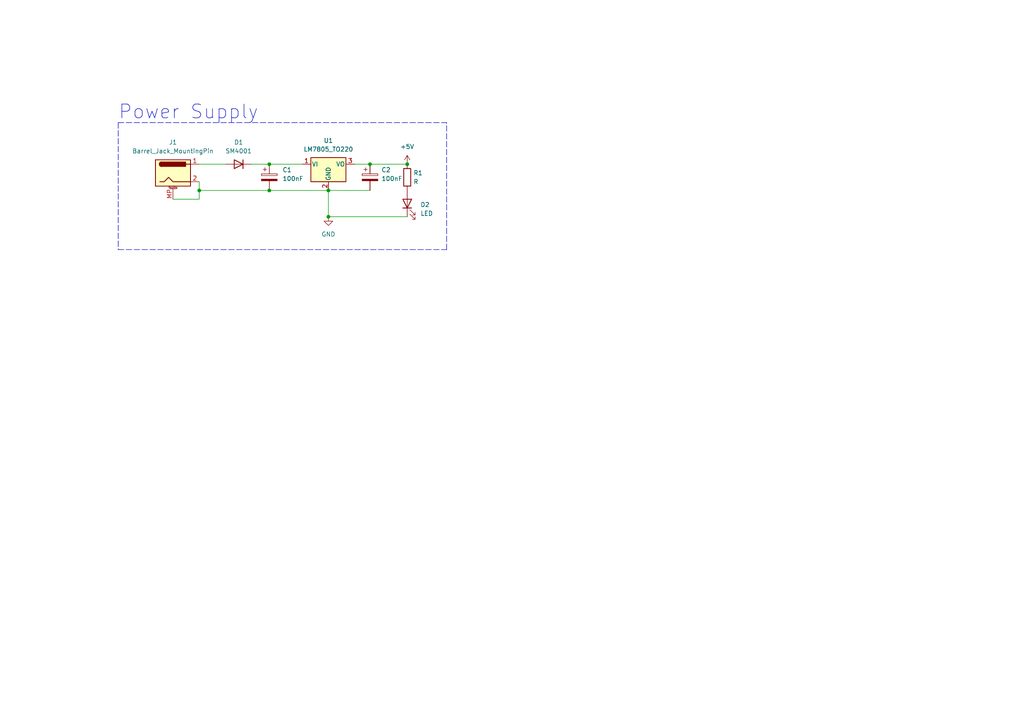
<source format=kicad_sch>
(kicad_sch (version 20211123) (generator eeschema)

  (uuid 2b3cd5ed-0fe7-4889-aa68-70d64377e4c2)

  (paper "A4")

  (lib_symbols
    (symbol "Connector:Barrel_Jack_MountingPin" (pin_names hide) (in_bom yes) (on_board yes)
      (property "Reference" "J" (id 0) (at 0 5.334 0)
        (effects (font (size 1.27 1.27)))
      )
      (property "Value" "Barrel_Jack_MountingPin" (id 1) (at 1.27 -6.35 0)
        (effects (font (size 1.27 1.27)) (justify left))
      )
      (property "Footprint" "" (id 2) (at 1.27 -1.016 0)
        (effects (font (size 1.27 1.27)) hide)
      )
      (property "Datasheet" "~" (id 3) (at 1.27 -1.016 0)
        (effects (font (size 1.27 1.27)) hide)
      )
      (property "ki_keywords" "DC power barrel jack connector" (id 4) (at 0 0 0)
        (effects (font (size 1.27 1.27)) hide)
      )
      (property "ki_description" "DC Barrel Jack with a mounting pin" (id 5) (at 0 0 0)
        (effects (font (size 1.27 1.27)) hide)
      )
      (property "ki_fp_filters" "BarrelJack*" (id 6) (at 0 0 0)
        (effects (font (size 1.27 1.27)) hide)
      )
      (symbol "Barrel_Jack_MountingPin_0_1"
        (rectangle (start -5.08 3.81) (end 5.08 -3.81)
          (stroke (width 0.254) (type default) (color 0 0 0 0))
          (fill (type background))
        )
        (arc (start -3.302 3.175) (mid -3.937 2.54) (end -3.302 1.905)
          (stroke (width 0.254) (type default) (color 0 0 0 0))
          (fill (type none))
        )
        (arc (start -3.302 3.175) (mid -3.937 2.54) (end -3.302 1.905)
          (stroke (width 0.254) (type default) (color 0 0 0 0))
          (fill (type outline))
        )
        (polyline
          (pts
            (xy 5.08 2.54)
            (xy 3.81 2.54)
          )
          (stroke (width 0.254) (type default) (color 0 0 0 0))
          (fill (type none))
        )
        (polyline
          (pts
            (xy -3.81 -2.54)
            (xy -2.54 -2.54)
            (xy -1.27 -1.27)
            (xy 0 -2.54)
            (xy 2.54 -2.54)
            (xy 5.08 -2.54)
          )
          (stroke (width 0.254) (type default) (color 0 0 0 0))
          (fill (type none))
        )
        (rectangle (start 3.683 3.175) (end -3.302 1.905)
          (stroke (width 0.254) (type default) (color 0 0 0 0))
          (fill (type outline))
        )
      )
      (symbol "Barrel_Jack_MountingPin_1_1"
        (polyline
          (pts
            (xy -1.016 -4.572)
            (xy 1.016 -4.572)
          )
          (stroke (width 0.1524) (type default) (color 0 0 0 0))
          (fill (type none))
        )
        (text "Mounting" (at 0 -4.191 0)
          (effects (font (size 0.381 0.381)))
        )
        (pin passive line (at 7.62 2.54 180) (length 2.54)
          (name "~" (effects (font (size 1.27 1.27))))
          (number "1" (effects (font (size 1.27 1.27))))
        )
        (pin passive line (at 7.62 -2.54 180) (length 2.54)
          (name "~" (effects (font (size 1.27 1.27))))
          (number "2" (effects (font (size 1.27 1.27))))
        )
        (pin passive line (at 0 -7.62 90) (length 3.048)
          (name "MountPin" (effects (font (size 1.27 1.27))))
          (number "MP" (effects (font (size 1.27 1.27))))
        )
      )
    )
    (symbol "Device:C_Polarized" (pin_numbers hide) (pin_names (offset 0.254)) (in_bom yes) (on_board yes)
      (property "Reference" "C" (id 0) (at 0.635 2.54 0)
        (effects (font (size 1.27 1.27)) (justify left))
      )
      (property "Value" "C_Polarized" (id 1) (at 0.635 -2.54 0)
        (effects (font (size 1.27 1.27)) (justify left))
      )
      (property "Footprint" "" (id 2) (at 0.9652 -3.81 0)
        (effects (font (size 1.27 1.27)) hide)
      )
      (property "Datasheet" "~" (id 3) (at 0 0 0)
        (effects (font (size 1.27 1.27)) hide)
      )
      (property "ki_keywords" "cap capacitor" (id 4) (at 0 0 0)
        (effects (font (size 1.27 1.27)) hide)
      )
      (property "ki_description" "Polarized capacitor" (id 5) (at 0 0 0)
        (effects (font (size 1.27 1.27)) hide)
      )
      (property "ki_fp_filters" "CP_*" (id 6) (at 0 0 0)
        (effects (font (size 1.27 1.27)) hide)
      )
      (symbol "C_Polarized_0_1"
        (rectangle (start -2.286 0.508) (end 2.286 1.016)
          (stroke (width 0) (type default) (color 0 0 0 0))
          (fill (type none))
        )
        (polyline
          (pts
            (xy -1.778 2.286)
            (xy -0.762 2.286)
          )
          (stroke (width 0) (type default) (color 0 0 0 0))
          (fill (type none))
        )
        (polyline
          (pts
            (xy -1.27 2.794)
            (xy -1.27 1.778)
          )
          (stroke (width 0) (type default) (color 0 0 0 0))
          (fill (type none))
        )
        (rectangle (start 2.286 -0.508) (end -2.286 -1.016)
          (stroke (width 0) (type default) (color 0 0 0 0))
          (fill (type outline))
        )
      )
      (symbol "C_Polarized_1_1"
        (pin passive line (at 0 3.81 270) (length 2.794)
          (name "~" (effects (font (size 1.27 1.27))))
          (number "1" (effects (font (size 1.27 1.27))))
        )
        (pin passive line (at 0 -3.81 90) (length 2.794)
          (name "~" (effects (font (size 1.27 1.27))))
          (number "2" (effects (font (size 1.27 1.27))))
        )
      )
    )
    (symbol "Device:LED" (pin_numbers hide) (pin_names (offset 1.016) hide) (in_bom yes) (on_board yes)
      (property "Reference" "D" (id 0) (at 0 2.54 0)
        (effects (font (size 1.27 1.27)))
      )
      (property "Value" "LED" (id 1) (at 0 -2.54 0)
        (effects (font (size 1.27 1.27)))
      )
      (property "Footprint" "" (id 2) (at 0 0 0)
        (effects (font (size 1.27 1.27)) hide)
      )
      (property "Datasheet" "~" (id 3) (at 0 0 0)
        (effects (font (size 1.27 1.27)) hide)
      )
      (property "ki_keywords" "LED diode" (id 4) (at 0 0 0)
        (effects (font (size 1.27 1.27)) hide)
      )
      (property "ki_description" "Light emitting diode" (id 5) (at 0 0 0)
        (effects (font (size 1.27 1.27)) hide)
      )
      (property "ki_fp_filters" "LED* LED_SMD:* LED_THT:*" (id 6) (at 0 0 0)
        (effects (font (size 1.27 1.27)) hide)
      )
      (symbol "LED_0_1"
        (polyline
          (pts
            (xy -1.27 -1.27)
            (xy -1.27 1.27)
          )
          (stroke (width 0.254) (type default) (color 0 0 0 0))
          (fill (type none))
        )
        (polyline
          (pts
            (xy -1.27 0)
            (xy 1.27 0)
          )
          (stroke (width 0) (type default) (color 0 0 0 0))
          (fill (type none))
        )
        (polyline
          (pts
            (xy 1.27 -1.27)
            (xy 1.27 1.27)
            (xy -1.27 0)
            (xy 1.27 -1.27)
          )
          (stroke (width 0.254) (type default) (color 0 0 0 0))
          (fill (type none))
        )
        (polyline
          (pts
            (xy -3.048 -0.762)
            (xy -4.572 -2.286)
            (xy -3.81 -2.286)
            (xy -4.572 -2.286)
            (xy -4.572 -1.524)
          )
          (stroke (width 0) (type default) (color 0 0 0 0))
          (fill (type none))
        )
        (polyline
          (pts
            (xy -1.778 -0.762)
            (xy -3.302 -2.286)
            (xy -2.54 -2.286)
            (xy -3.302 -2.286)
            (xy -3.302 -1.524)
          )
          (stroke (width 0) (type default) (color 0 0 0 0))
          (fill (type none))
        )
      )
      (symbol "LED_1_1"
        (pin passive line (at -3.81 0 0) (length 2.54)
          (name "K" (effects (font (size 1.27 1.27))))
          (number "1" (effects (font (size 1.27 1.27))))
        )
        (pin passive line (at 3.81 0 180) (length 2.54)
          (name "A" (effects (font (size 1.27 1.27))))
          (number "2" (effects (font (size 1.27 1.27))))
        )
      )
    )
    (symbol "Device:R" (pin_numbers hide) (pin_names (offset 0)) (in_bom yes) (on_board yes)
      (property "Reference" "R" (id 0) (at 2.032 0 90)
        (effects (font (size 1.27 1.27)))
      )
      (property "Value" "R" (id 1) (at 0 0 90)
        (effects (font (size 1.27 1.27)))
      )
      (property "Footprint" "" (id 2) (at -1.778 0 90)
        (effects (font (size 1.27 1.27)) hide)
      )
      (property "Datasheet" "~" (id 3) (at 0 0 0)
        (effects (font (size 1.27 1.27)) hide)
      )
      (property "ki_keywords" "R res resistor" (id 4) (at 0 0 0)
        (effects (font (size 1.27 1.27)) hide)
      )
      (property "ki_description" "Resistor" (id 5) (at 0 0 0)
        (effects (font (size 1.27 1.27)) hide)
      )
      (property "ki_fp_filters" "R_*" (id 6) (at 0 0 0)
        (effects (font (size 1.27 1.27)) hide)
      )
      (symbol "R_0_1"
        (rectangle (start -1.016 -2.54) (end 1.016 2.54)
          (stroke (width 0.254) (type default) (color 0 0 0 0))
          (fill (type none))
        )
      )
      (symbol "R_1_1"
        (pin passive line (at 0 3.81 270) (length 1.27)
          (name "~" (effects (font (size 1.27 1.27))))
          (number "1" (effects (font (size 1.27 1.27))))
        )
        (pin passive line (at 0 -3.81 90) (length 1.27)
          (name "~" (effects (font (size 1.27 1.27))))
          (number "2" (effects (font (size 1.27 1.27))))
        )
      )
    )
    (symbol "Diode:SM4001" (pin_numbers hide) (pin_names (offset 1.016) hide) (in_bom yes) (on_board yes)
      (property "Reference" "D" (id 0) (at 0 2.54 0)
        (effects (font (size 1.27 1.27)))
      )
      (property "Value" "SM4001" (id 1) (at 0 -2.54 0)
        (effects (font (size 1.27 1.27)))
      )
      (property "Footprint" "Diode_SMD:D_MELF" (id 2) (at 0 -4.445 0)
        (effects (font (size 1.27 1.27)) hide)
      )
      (property "Datasheet" "http://cdn-reichelt.de/documents/datenblatt/A400/SMD1N400%23DIO.pdf" (id 3) (at 0 0 0)
        (effects (font (size 1.27 1.27)) hide)
      )
      (property "ki_keywords" "diode" (id 4) (at 0 0 0)
        (effects (font (size 1.27 1.27)) hide)
      )
      (property "ki_description" "50V 1A General Purpose Rectifier Diode, MELF" (id 5) (at 0 0 0)
        (effects (font (size 1.27 1.27)) hide)
      )
      (property "ki_fp_filters" "D*MELF*" (id 6) (at 0 0 0)
        (effects (font (size 1.27 1.27)) hide)
      )
      (symbol "SM4001_0_1"
        (polyline
          (pts
            (xy -1.27 1.27)
            (xy -1.27 -1.27)
          )
          (stroke (width 0.254) (type default) (color 0 0 0 0))
          (fill (type none))
        )
        (polyline
          (pts
            (xy 1.27 0)
            (xy -1.27 0)
          )
          (stroke (width 0) (type default) (color 0 0 0 0))
          (fill (type none))
        )
        (polyline
          (pts
            (xy 1.27 1.27)
            (xy 1.27 -1.27)
            (xy -1.27 0)
            (xy 1.27 1.27)
          )
          (stroke (width 0.254) (type default) (color 0 0 0 0))
          (fill (type none))
        )
      )
      (symbol "SM4001_1_1"
        (pin passive line (at -3.81 0 0) (length 2.54)
          (name "K" (effects (font (size 1.27 1.27))))
          (number "1" (effects (font (size 1.27 1.27))))
        )
        (pin passive line (at 3.81 0 180) (length 2.54)
          (name "A" (effects (font (size 1.27 1.27))))
          (number "2" (effects (font (size 1.27 1.27))))
        )
      )
    )
    (symbol "Regulator_Linear:LM7805_TO220" (pin_names (offset 0.254)) (in_bom yes) (on_board yes)
      (property "Reference" "U" (id 0) (at -3.81 3.175 0)
        (effects (font (size 1.27 1.27)))
      )
      (property "Value" "LM7805_TO220" (id 1) (at 0 3.175 0)
        (effects (font (size 1.27 1.27)) (justify left))
      )
      (property "Footprint" "Package_TO_SOT_THT:TO-220-3_Vertical" (id 2) (at 0 5.715 0)
        (effects (font (size 1.27 1.27) italic) hide)
      )
      (property "Datasheet" "https://www.onsemi.cn/PowerSolutions/document/MC7800-D.PDF" (id 3) (at 0 -1.27 0)
        (effects (font (size 1.27 1.27)) hide)
      )
      (property "ki_keywords" "Voltage Regulator 1A Positive" (id 4) (at 0 0 0)
        (effects (font (size 1.27 1.27)) hide)
      )
      (property "ki_description" "Positive 1A 35V Linear Regulator, Fixed Output 5V, TO-220" (id 5) (at 0 0 0)
        (effects (font (size 1.27 1.27)) hide)
      )
      (property "ki_fp_filters" "TO?220*" (id 6) (at 0 0 0)
        (effects (font (size 1.27 1.27)) hide)
      )
      (symbol "LM7805_TO220_0_1"
        (rectangle (start -5.08 1.905) (end 5.08 -5.08)
          (stroke (width 0.254) (type default) (color 0 0 0 0))
          (fill (type background))
        )
      )
      (symbol "LM7805_TO220_1_1"
        (pin power_in line (at -7.62 0 0) (length 2.54)
          (name "VI" (effects (font (size 1.27 1.27))))
          (number "1" (effects (font (size 1.27 1.27))))
        )
        (pin power_in line (at 0 -7.62 90) (length 2.54)
          (name "GND" (effects (font (size 1.27 1.27))))
          (number "2" (effects (font (size 1.27 1.27))))
        )
        (pin power_out line (at 7.62 0 180) (length 2.54)
          (name "VO" (effects (font (size 1.27 1.27))))
          (number "3" (effects (font (size 1.27 1.27))))
        )
      )
    )
    (symbol "power:+5V" (power) (pin_names (offset 0)) (in_bom yes) (on_board yes)
      (property "Reference" "#PWR" (id 0) (at 0 -3.81 0)
        (effects (font (size 1.27 1.27)) hide)
      )
      (property "Value" "+5V" (id 1) (at 0 3.556 0)
        (effects (font (size 1.27 1.27)))
      )
      (property "Footprint" "" (id 2) (at 0 0 0)
        (effects (font (size 1.27 1.27)) hide)
      )
      (property "Datasheet" "" (id 3) (at 0 0 0)
        (effects (font (size 1.27 1.27)) hide)
      )
      (property "ki_keywords" "power-flag" (id 4) (at 0 0 0)
        (effects (font (size 1.27 1.27)) hide)
      )
      (property "ki_description" "Power symbol creates a global label with name \"+5V\"" (id 5) (at 0 0 0)
        (effects (font (size 1.27 1.27)) hide)
      )
      (symbol "+5V_0_1"
        (polyline
          (pts
            (xy -0.762 1.27)
            (xy 0 2.54)
          )
          (stroke (width 0) (type default) (color 0 0 0 0))
          (fill (type none))
        )
        (polyline
          (pts
            (xy 0 0)
            (xy 0 2.54)
          )
          (stroke (width 0) (type default) (color 0 0 0 0))
          (fill (type none))
        )
        (polyline
          (pts
            (xy 0 2.54)
            (xy 0.762 1.27)
          )
          (stroke (width 0) (type default) (color 0 0 0 0))
          (fill (type none))
        )
      )
      (symbol "+5V_1_1"
        (pin power_in line (at 0 0 90) (length 0) hide
          (name "+5V" (effects (font (size 1.27 1.27))))
          (number "1" (effects (font (size 1.27 1.27))))
        )
      )
    )
    (symbol "power:GND" (power) (pin_names (offset 0)) (in_bom yes) (on_board yes)
      (property "Reference" "#PWR" (id 0) (at 0 -6.35 0)
        (effects (font (size 1.27 1.27)) hide)
      )
      (property "Value" "GND" (id 1) (at 0 -3.81 0)
        (effects (font (size 1.27 1.27)))
      )
      (property "Footprint" "" (id 2) (at 0 0 0)
        (effects (font (size 1.27 1.27)) hide)
      )
      (property "Datasheet" "" (id 3) (at 0 0 0)
        (effects (font (size 1.27 1.27)) hide)
      )
      (property "ki_keywords" "power-flag" (id 4) (at 0 0 0)
        (effects (font (size 1.27 1.27)) hide)
      )
      (property "ki_description" "Power symbol creates a global label with name \"GND\" , ground" (id 5) (at 0 0 0)
        (effects (font (size 1.27 1.27)) hide)
      )
      (symbol "GND_0_1"
        (polyline
          (pts
            (xy 0 0)
            (xy 0 -1.27)
            (xy 1.27 -1.27)
            (xy 0 -2.54)
            (xy -1.27 -1.27)
            (xy 0 -1.27)
          )
          (stroke (width 0) (type default) (color 0 0 0 0))
          (fill (type none))
        )
      )
      (symbol "GND_1_1"
        (pin power_in line (at 0 0 270) (length 0) hide
          (name "GND" (effects (font (size 1.27 1.27))))
          (number "1" (effects (font (size 1.27 1.27))))
        )
      )
    )
  )


  (junction (at 107.315 47.625) (diameter 0) (color 0 0 0 0)
    (uuid 211e3a0c-50c6-4f20-a140-19417533aa01)
  )
  (junction (at 95.25 55.245) (diameter 0) (color 0 0 0 0)
    (uuid 5a885d2b-4e86-4612-b692-c607c784b6df)
  )
  (junction (at 95.25 62.865) (diameter 0) (color 0 0 0 0)
    (uuid 8a068184-2da7-44da-9e5f-8d300af7cebf)
  )
  (junction (at 78.105 47.625) (diameter 0) (color 0 0 0 0)
    (uuid 928288a8-55c6-4107-a8d4-fa914851bff7)
  )
  (junction (at 57.785 55.245) (diameter 0) (color 0 0 0 0)
    (uuid a1bc6d70-2cdd-4a43-940c-e5b6f0f2759f)
  )
  (junction (at 78.105 55.245) (diameter 0) (color 0 0 0 0)
    (uuid b65f35e3-8497-4725-811a-09d18ee6213a)
  )
  (junction (at 118.11 47.625) (diameter 0) (color 0 0 0 0)
    (uuid fdb4c5f0-3da8-4cf6-9638-d54017807100)
  )

  (wire (pts (xy 118.11 62.865) (xy 95.25 62.865))
    (stroke (width 0) (type default) (color 0 0 0 0))
    (uuid 023b6c1f-0ca7-43a3-b76d-e09c9b05740f)
  )
  (wire (pts (xy 102.87 47.625) (xy 107.315 47.625))
    (stroke (width 0) (type default) (color 0 0 0 0))
    (uuid 026f139a-fcef-4755-89cc-45d561bc2dae)
  )
  (wire (pts (xy 78.105 55.245) (xy 57.785 55.245))
    (stroke (width 0) (type default) (color 0 0 0 0))
    (uuid 1d6892cd-3fb7-466b-a5d3-e75c91428602)
  )
  (wire (pts (xy 78.105 55.245) (xy 95.25 55.245))
    (stroke (width 0) (type default) (color 0 0 0 0))
    (uuid 1edca0df-622f-4007-b004-21db983f1cdc)
  )
  (wire (pts (xy 57.785 47.625) (xy 65.405 47.625))
    (stroke (width 0) (type default) (color 0 0 0 0))
    (uuid 25d3404d-73ca-4b35-8283-8297e03f93fe)
  )
  (polyline (pts (xy 34.29 72.39) (xy 129.54 72.39))
    (stroke (width 0) (type default) (color 0 0 0 0))
    (uuid 3f3661fb-27a3-4852-ab6a-e34091491318)
  )

  (wire (pts (xy 73.025 47.625) (xy 78.105 47.625))
    (stroke (width 0) (type default) (color 0 0 0 0))
    (uuid 4736f92b-92b6-4f6b-989a-22f9222d8ecd)
  )
  (wire (pts (xy 95.25 55.245) (xy 107.315 55.245))
    (stroke (width 0) (type default) (color 0 0 0 0))
    (uuid 545d7e3a-8c65-4873-a87c-22596d920bf2)
  )
  (wire (pts (xy 50.165 57.785) (xy 57.785 57.785))
    (stroke (width 0) (type default) (color 0 0 0 0))
    (uuid 60d91de1-7857-4125-bf00-715527c183c3)
  )
  (polyline (pts (xy 129.54 72.39) (xy 129.54 35.56))
    (stroke (width 0) (type default) (color 0 0 0 0))
    (uuid 7309f054-3426-44cc-abd3-b6c88617566f)
  )

  (wire (pts (xy 57.785 55.245) (xy 57.785 57.785))
    (stroke (width 0) (type default) (color 0 0 0 0))
    (uuid 75c01194-615f-4179-99ed-7b8478c67122)
  )
  (wire (pts (xy 107.315 47.625) (xy 118.11 47.625))
    (stroke (width 0) (type default) (color 0 0 0 0))
    (uuid 7fbadb87-8a72-4777-b1ce-9a982c075e6c)
  )
  (wire (pts (xy 95.25 62.865) (xy 95.25 55.245))
    (stroke (width 0) (type default) (color 0 0 0 0))
    (uuid 9c9d5c8d-a4da-4d24-a9a4-40f28adc5159)
  )
  (polyline (pts (xy 34.29 35.56) (xy 34.29 72.39))
    (stroke (width 0) (type default) (color 0 0 0 0))
    (uuid a4d36bb0-e138-46ca-a01f-248537e97cfe)
  )

  (wire (pts (xy 57.785 52.705) (xy 57.785 55.245))
    (stroke (width 0) (type default) (color 0 0 0 0))
    (uuid bd20d3f3-5776-4535-84fe-761c43c590e1)
  )
  (polyline (pts (xy 34.29 35.56) (xy 129.54 35.56))
    (stroke (width 0) (type default) (color 0 0 0 0))
    (uuid ef8c9325-9c74-470b-818c-eb1fd2902c27)
  )

  (wire (pts (xy 78.105 47.625) (xy 87.63 47.625))
    (stroke (width 0) (type default) (color 0 0 0 0))
    (uuid f903030c-98ef-4e85-9b7f-4b5e9658a306)
  )

  (text "Power Supply" (at 34.29 34.925 0)
    (effects (font (size 4 4)) (justify left bottom))
    (uuid e606eeb6-247d-48bf-a18c-f307d3c3ed7c)
  )

  (symbol (lib_id "Regulator_Linear:LM7805_TO220") (at 95.25 47.625 0) (unit 1)
    (in_bom yes) (on_board yes) (fields_autoplaced)
    (uuid 21bf3c4f-06c4-44c3-ae9f-cf625c3b371f)
    (property "Reference" "U1" (id 0) (at 95.25 40.767 0))
    (property "Value" "LM7805_TO220" (id 1) (at 95.25 43.307 0))
    (property "Footprint" "Package_TO_SOT_THT:TO-220-3_Vertical" (id 2) (at 95.25 41.91 0)
      (effects (font (size 1.27 1.27) italic) hide)
    )
    (property "Datasheet" "https://www.onsemi.cn/PowerSolutions/document/MC7800-D.PDF" (id 3) (at 95.25 48.895 0)
      (effects (font (size 1.27 1.27)) hide)
    )
    (pin "1" (uuid 16363d05-f1cc-460e-8a8a-58d3971e4cad))
    (pin "2" (uuid 8b3eff58-9727-4b26-9754-91dc9b5fe85c))
    (pin "3" (uuid 576f04fa-e88c-4507-bb64-d66e6b8aac57))
  )

  (symbol (lib_id "power:+5V") (at 118.11 47.625 0) (unit 1)
    (in_bom yes) (on_board yes) (fields_autoplaced)
    (uuid 3d201594-2b0f-4cae-b74f-1ec836f94666)
    (property "Reference" "#PWR0101" (id 0) (at 118.11 51.435 0)
      (effects (font (size 1.27 1.27)) hide)
    )
    (property "Value" "+5V" (id 1) (at 118.11 42.545 0))
    (property "Footprint" "" (id 2) (at 118.11 47.625 0)
      (effects (font (size 1.27 1.27)) hide)
    )
    (property "Datasheet" "" (id 3) (at 118.11 47.625 0)
      (effects (font (size 1.27 1.27)) hide)
    )
    (pin "1" (uuid 4ec65704-d4c9-4a38-ad01-9c95cb09b85a))
  )

  (symbol (lib_id "Device:LED") (at 118.11 59.055 90) (unit 1)
    (in_bom yes) (on_board yes) (fields_autoplaced)
    (uuid 44d5a561-d147-45a7-8244-9072c92b4db1)
    (property "Reference" "D2" (id 0) (at 121.92 59.3724 90)
      (effects (font (size 1.27 1.27)) (justify right))
    )
    (property "Value" "LED" (id 1) (at 121.92 61.9124 90)
      (effects (font (size 1.27 1.27)) (justify right))
    )
    (property "Footprint" "LED_SMD:LED_0603_1608Metric" (id 2) (at 118.11 59.055 0)
      (effects (font (size 1.27 1.27)) hide)
    )
    (property "Datasheet" "~" (id 3) (at 118.11 59.055 0)
      (effects (font (size 1.27 1.27)) hide)
    )
    (pin "1" (uuid 33c09d58-da61-40e8-9bba-4cdb8a1a0ea1))
    (pin "2" (uuid 9dc4fdbd-73de-4b40-8aeb-6dfbd147afe9))
  )

  (symbol (lib_id "Device:C_Polarized") (at 107.315 51.435 0) (unit 1)
    (in_bom yes) (on_board yes) (fields_autoplaced)
    (uuid 60a7f5ce-8dd0-45d7-af49-b7be53367724)
    (property "Reference" "C2" (id 0) (at 110.617 49.2759 0)
      (effects (font (size 1.27 1.27)) (justify left))
    )
    (property "Value" "100nF" (id 1) (at 110.617 51.8159 0)
      (effects (font (size 1.27 1.27)) (justify left))
    )
    (property "Footprint" "Capacitor_THT:CP_Radial_D6.3mm_P2.50mm" (id 2) (at 108.2802 55.245 0)
      (effects (font (size 1.27 1.27)) hide)
    )
    (property "Datasheet" "~" (id 3) (at 107.315 51.435 0)
      (effects (font (size 1.27 1.27)) hide)
    )
    (pin "1" (uuid ff060ad7-aadd-4365-a9b7-43c5f88bde15))
    (pin "2" (uuid f1a77848-f59f-4504-8754-4fa3c9b85452))
  )

  (symbol (lib_id "Connector:Barrel_Jack_MountingPin") (at 50.165 50.165 0) (unit 1)
    (in_bom yes) (on_board yes) (fields_autoplaced)
    (uuid 6a531abf-c3c8-495b-bfb5-1013b57c4d96)
    (property "Reference" "J1" (id 0) (at 50.165 41.275 0))
    (property "Value" "Barrel_Jack_MountingPin" (id 1) (at 50.165 43.815 0))
    (property "Footprint" "Connector_BarrelJack:BarrelJack_GCT_DCJ200-10-A_Horizontal" (id 2) (at 51.435 51.181 0)
      (effects (font (size 1.27 1.27)) hide)
    )
    (property "Datasheet" "~" (id 3) (at 51.435 51.181 0)
      (effects (font (size 1.27 1.27)) hide)
    )
    (pin "1" (uuid b20480d8-15b2-4b86-9b5c-8196bbd0ec8c))
    (pin "2" (uuid f764cdca-ea31-4c3b-aab4-c2534e65b685))
    (pin "MP" (uuid ce7400d1-31bb-406e-ac74-aed3f57269ff))
  )

  (symbol (lib_id "power:GND") (at 95.25 62.865 0) (unit 1)
    (in_bom yes) (on_board yes) (fields_autoplaced)
    (uuid 7b28ed4c-fa02-409c-abc0-daf822f6c293)
    (property "Reference" "#PWR0102" (id 0) (at 95.25 69.215 0)
      (effects (font (size 1.27 1.27)) hide)
    )
    (property "Value" "GND" (id 1) (at 95.25 67.945 0))
    (property "Footprint" "" (id 2) (at 95.25 62.865 0)
      (effects (font (size 1.27 1.27)) hide)
    )
    (property "Datasheet" "" (id 3) (at 95.25 62.865 0)
      (effects (font (size 1.27 1.27)) hide)
    )
    (pin "1" (uuid 78485648-e6a1-4f7f-b9ad-f4160cb31764))
  )

  (symbol (lib_id "Device:C_Polarized") (at 78.105 51.435 0) (unit 1)
    (in_bom yes) (on_board yes) (fields_autoplaced)
    (uuid c9bff419-6d8b-44da-bc04-d0cb4c82bb20)
    (property "Reference" "C1" (id 0) (at 81.915 49.2759 0)
      (effects (font (size 1.27 1.27)) (justify left))
    )
    (property "Value" "100nF" (id 1) (at 81.915 51.8159 0)
      (effects (font (size 1.27 1.27)) (justify left))
    )
    (property "Footprint" "Capacitor_THT:CP_Radial_D6.3mm_P2.50mm" (id 2) (at 79.0702 55.245 0)
      (effects (font (size 1.27 1.27)) hide)
    )
    (property "Datasheet" "~" (id 3) (at 78.105 51.435 0)
      (effects (font (size 1.27 1.27)) hide)
    )
    (pin "1" (uuid c1ccd30e-6078-43c2-a2ad-7750188627e0))
    (pin "2" (uuid 598a3b4e-e5fa-445f-a5d3-a216f2dee3ea))
  )

  (symbol (lib_id "Diode:SM4001") (at 69.215 47.625 180) (unit 1)
    (in_bom yes) (on_board yes) (fields_autoplaced)
    (uuid df8cfb4b-d51f-4fb9-85bc-3d750ccbbc83)
    (property "Reference" "D1" (id 0) (at 69.215 41.275 0))
    (property "Value" "SM4001" (id 1) (at 69.215 43.815 0))
    (property "Footprint" "Diode_SMD:D_MELF" (id 2) (at 69.215 43.18 0)
      (effects (font (size 1.27 1.27)) hide)
    )
    (property "Datasheet" "http://cdn-reichelt.de/documents/datenblatt/A400/SMD1N400%23DIO.pdf" (id 3) (at 69.215 47.625 0)
      (effects (font (size 1.27 1.27)) hide)
    )
    (pin "1" (uuid 6bfe0a68-1272-48a8-b147-7042d914542f))
    (pin "2" (uuid a708b39d-830d-4f89-83f7-badcd35376e5))
  )

  (symbol (lib_id "Device:R") (at 118.11 51.435 0) (unit 1)
    (in_bom yes) (on_board yes) (fields_autoplaced)
    (uuid f4edbe97-b889-4135-81d8-5cea24278696)
    (property "Reference" "R1" (id 0) (at 119.888 50.1649 0)
      (effects (font (size 1.27 1.27)) (justify left))
    )
    (property "Value" "R" (id 1) (at 119.888 52.7049 0)
      (effects (font (size 1.27 1.27)) (justify left))
    )
    (property "Footprint" "Resistor_SMD:R_0603_1608Metric" (id 2) (at 116.332 51.435 90)
      (effects (font (size 1.27 1.27)) hide)
    )
    (property "Datasheet" "~" (id 3) (at 118.11 51.435 0)
      (effects (font (size 1.27 1.27)) hide)
    )
    (pin "1" (uuid 95c7f8da-c151-4867-8b8c-3cd2f4b7b0a6))
    (pin "2" (uuid eb31dc6f-58f0-406d-a4a1-a9fcacd0c1af))
  )

  (sheet_instances
    (path "/" (page "1"))
  )

  (symbol_instances
    (path "/3d201594-2b0f-4cae-b74f-1ec836f94666"
      (reference "#PWR0101") (unit 1) (value "+5V") (footprint "")
    )
    (path "/7b28ed4c-fa02-409c-abc0-daf822f6c293"
      (reference "#PWR0102") (unit 1) (value "GND") (footprint "")
    )
    (path "/c9bff419-6d8b-44da-bc04-d0cb4c82bb20"
      (reference "C1") (unit 1) (value "100nF") (footprint "Capacitor_THT:CP_Radial_D6.3mm_P2.50mm")
    )
    (path "/60a7f5ce-8dd0-45d7-af49-b7be53367724"
      (reference "C2") (unit 1) (value "100nF") (footprint "Capacitor_THT:CP_Radial_D6.3mm_P2.50mm")
    )
    (path "/df8cfb4b-d51f-4fb9-85bc-3d750ccbbc83"
      (reference "D1") (unit 1) (value "SM4001") (footprint "Diode_SMD:D_MELF")
    )
    (path "/44d5a561-d147-45a7-8244-9072c92b4db1"
      (reference "D2") (unit 1) (value "LED") (footprint "LED_SMD:LED_0603_1608Metric")
    )
    (path "/6a531abf-c3c8-495b-bfb5-1013b57c4d96"
      (reference "J1") (unit 1) (value "Barrel_Jack_MountingPin") (footprint "Connector_BarrelJack:BarrelJack_GCT_DCJ200-10-A_Horizontal")
    )
    (path "/f4edbe97-b889-4135-81d8-5cea24278696"
      (reference "R1") (unit 1) (value "R") (footprint "Resistor_SMD:R_0603_1608Metric")
    )
    (path "/21bf3c4f-06c4-44c3-ae9f-cf625c3b371f"
      (reference "U1") (unit 1) (value "LM7805_TO220") (footprint "Package_TO_SOT_THT:TO-220-3_Vertical")
    )
  )
)

</source>
